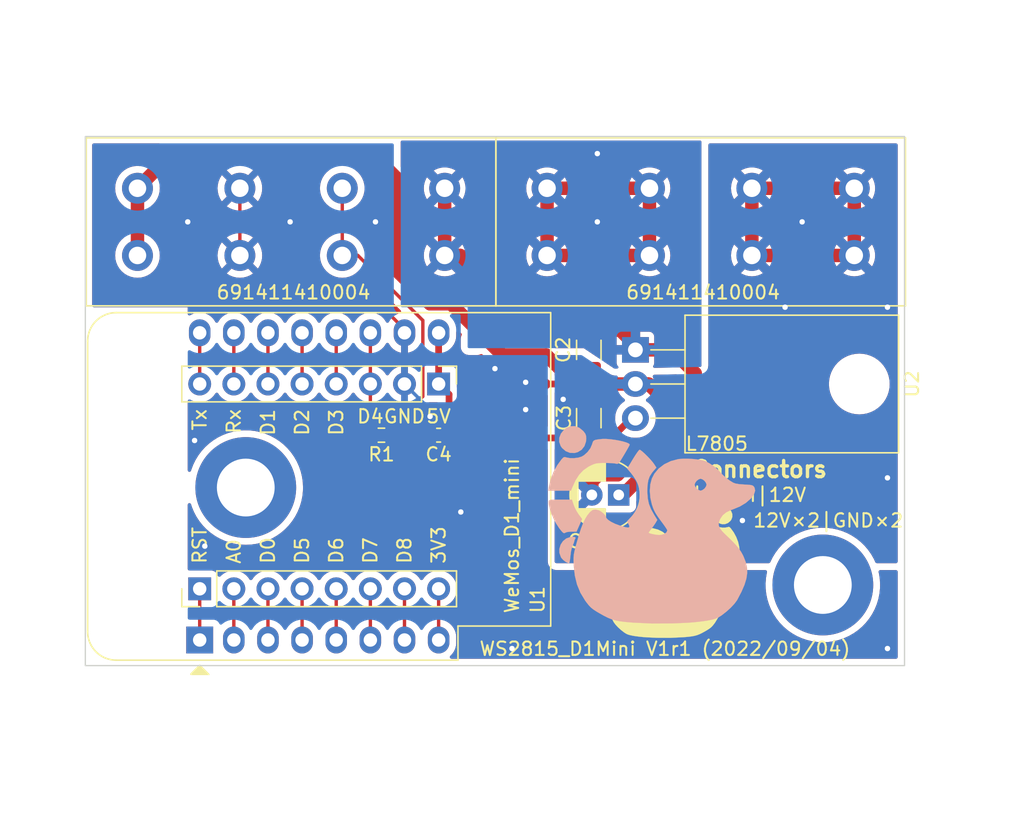
<source format=kicad_pcb>
(kicad_pcb (version 20211014) (generator pcbnew)
  (layers (0 "F.Cu" signal) (31 "B.Cu" signal) (34 "B.Paste" user) (35 "F.Paste" user) (36 "B.SilkS" user "B.Silkscreen") (37 "F.SilkS" user "F.Silkscreen") (38 "B.Mask" user) (39 "F.Mask" user) (44 "Edge.Cuts" user))
  (net 0 "")
  (net 1 "+12V")
  (net 2 "GNDPWR")
  (net 3 "+5V")
  (net 4 "GND")
  (net 5 "/GPo_WS281x")
  (net 6 "/RST")
  (net 7 "/GP_A0")
  (net 8 "/GP_D0")
  (net 9 "/GP_D5")
  (net 10 "/GP_D6")
  (net 11 "/GP_D7")
  (net 12 "/GP_D8")
  (net 13 "/3V3")
  (net 14 "/GP_D4")
  (net 15 "/GP_D3")
  (net 16 "/GP_D2")
  (net 17 "/GP_D1")
  (net 18 "/GP_Rx")
  (net 19 "/GP_Tx")
  (footprint "Wurth:WR-TBL-7.62mm-4P_691411410004" (layer "F.Cu") (at 129.61 64.73 180)
    (fp_text reference "J14" hide)
    (fp_text value "691411410004" (at 11.25 -2.75) (layer "F.SilkS"))
    (pad "1" thru_hole circle locked (at 0 0 180) (size 2.3 2.3) (drill 1.3) (layers *.Cu *.Mask) (net 1 "+12V"))
    (pad "1" thru_hole circle locked (at 0 5 180) (size 2.3 2.3) (drill 1.3) (layers *.Cu *.Mask) (net 1 "+12V"))
    (pad "2" thru_hole circle locked (at 7.62 5 180) (size 2.3 2.3) (drill 1.3) (layers *.Cu *.Mask) (net 5 "/GPo_WS281x"))
    (pad "2" thru_hole circle locked (at 7.62 0 180) (size 2.3 2.3) (drill 1.3) (layers *.Cu *.Mask) (net 5 "/GPo_WS281x"))
    (pad "3" thru_hole circle locked (at 15.24 5 180) (size 2.3 2.3) (drill 1.3) (layers *.Cu *.Mask) (net 4 "GND"))
    (pad "3" thru_hole circle locked (at 15.24 0 180) (size 2.3 2.3) (drill 1.3) (layers *.Cu *.Mask) (net 4 "GND"))
    (pad "4" thru_hole circle locked (at 22.86 5 180) (size 2.3 2.3) (drill 1.3) (layers *.Cu *.Mask) (net 2 "GNDPWR"))
    (pad "4" thru_hole circle locked (at 22.86 0 180) (size 2.3 2.3) (drill 1.3) (layers *.Cu *.Mask) (net 2 "GNDPWR"))
  )
  (footprint "Capacitor_THT:CP_Radial_D5.0mm_P2.00mm" (layer "F.Cu") (at 142.560113 82.55 180)
    (fp_text reference "C1" (at 2.810113 -3.45) (layer "F.SilkS"))
    (fp_text value "47u")
    (pad "1" thru_hole rect (at 0 0 180) (size 1.6 1.6) (drill 0.8) (layers *.Cu *.Mask) (net 1 "+12V"))
    (pad "2" thru_hole circle (at 2 0 180) (size 1.6 1.6) (drill 0.8) (layers *.Cu *.Mask) (net 2 "GNDPWR"))
  )
  (footprint "MountingHole:MountingHole_4.3mm_M4_DIN965_Pad" (layer "F.Cu") (at 157.75 89.25)
    (fp_text reference "H1" hide)
    (fp_text value "MountingHole_Pad")
    (pad "1" thru_hole circle (at 0 0) (size 7.5 7.5) (drill 4.3) (layers *.Cu *.Mask))
  )
  (footprint "Module:WEMOS_D1_mini_light" (layer "F.Cu") (at 111.38 93.345 90)
    (fp_text reference "U1" (at 1.905 25.145 90) (layer "F.SilkS") (effects (justify left)))
    (fp_text value "WeMos_D1_mini" (at 1.905 23.24 90) (layer "F.SilkS") (effects (justify left)))
    (pad "1" thru_hole rect (at 0 0 90) (size 2 2) (drill 1) (layers *.Cu *.Mask) (net 6 "/RST"))
    (pad "2" thru_hole oval (at 0 2.54 90) (size 2 1.6) (drill 1) (layers *.Cu *.Mask) (net 7 "/GP_A0"))
    (pad "3" thru_hole oval (at 0 5.08 90) (size 2 1.6) (drill 1) (layers *.Cu *.Mask) (net 8 "/GP_D0"))
    (pad "4" thru_hole oval (at 0 7.62 90) (size 2 1.6) (drill 1) (layers *.Cu *.Mask) (net 9 "/GP_D5"))
    (pad "5" thru_hole oval (at 0 10.16 90) (size 2 1.6) (drill 1) (layers *.Cu *.Mask) (net 10 "/GP_D6"))
    (pad "6" thru_hole oval (at 0 12.7 90) (size 2 1.6) (drill 1) (layers *.Cu *.Mask) (net 11 "/GP_D7"))
    (pad "7" thru_hole oval (at 0 15.24 90) (size 2 1.6) (drill 1) (layers *.Cu *.Mask) (net 12 "/GP_D8"))
    (pad "8" thru_hole oval (at 0 17.78 90) (size 2 1.6) (drill 1) (layers *.Cu *.Mask) (net 13 "/3V3"))
    (pad "9" thru_hole oval (at 22.86 17.78 90) (size 2 1.6) (drill 1) (layers *.Cu *.Mask) (net 3 "+5V"))
    (pad "10" thru_hole oval (at 22.86 15.24 90) (size 2 1.6) (drill 1) (layers *.Cu *.Mask) (net 4 "GND"))
    (pad "11" thru_hole oval (at 22.86 12.7 90) (size 2 1.6) (drill 1) (layers *.Cu *.Mask) (net 14 "/GP_D4"))
    (pad "12" thru_hole oval (at 22.86 10.16 90) (size 2 1.6) (drill 1) (layers *.Cu *.Mask) (net 15 "/GP_D3"))
    (pad "13" thru_hole oval (at 22.86 7.62 90) (size 2 1.6) (drill 1) (layers *.Cu *.Mask) (net 16 "/GP_D2"))
    (pad "14" thru_hole oval (at 22.86 5.08 90) (size 2 1.6) (drill 1) (layers *.Cu *.Mask) (net 17 "/GP_D1"))
    (pad "15" thru_hole oval (at 22.86 2.54 90) (size 2 1.6) (drill 1) (layers *.Cu *.Mask) (net 18 "/GP_Rx"))
    (pad "16" thru_hole oval (at 22.86 0 90) (size 2 1.6) (drill 1) (layers *.Cu *.Mask) (net 19 "/GP_Tx"))
  )
  (footprint "NetTie:NetTie-2_SMD_Pad0.5mm" (layer "F.Cu") (at 137.795 74.295 180)
    (fp_text reference "NT1" hide)
    (fp_text value "NetTie_2")
    (fp_poly (pts (xy -0.5 -0.25) (xy 0.5 -0.25) (xy 0.5 0.25) (xy -0.5 0.25)) (layer "F.Cu") (width 0) (fill solid))
    (pad "1" smd circle (at -0.5 0 180) (size 0.5 0.5) (layers "F.Cu") (net 2 "GNDPWR"))
    (pad "2" smd circle (at 0.5 0 180) (size 0.5 0.5) (layers "F.Cu") (net 4 "GND"))
  )
  (footprint "Capacitor_SMD:C_1206_3216Metric" (layer "F.Cu") (at 140.335 71.755 -90)
    (fp_text reference "C2" (at 0 1.905 90) (layer "F.SilkS"))
    (fp_text value "10u")
    (pad "1" smd roundrect (at -1.475 0 270) (size 1.15 1.8) (layers "F.Cu" "F.Paste" "F.Mask") (roundrect_rratio 0.2173913043) (net 1 "+12V"))
    (pad "2" smd roundrect (at 1.475 0 270) (size 1.15 1.8) (layers "F.Cu" "F.Paste" "F.Mask") (roundrect_rratio 0.2173913043) (net 2 "GNDPWR"))
  )
  (footprint "MountingHole:MountingHole_4.3mm_M4_DIN965_Pad" (layer "F.Cu") (at 114.808 82)
    (fp_text reference "H3" hide)
    (fp_text value "MountingHole_Pad")
    (pad "1" thru_hole circle (at 0 0) (size 7.5 7.5) (drill 4.3) (layers *.Cu *.Mask))
  )
  (footprint "Wurth:WR-TBL-7.62mm-4P_691411410004" (layer "F.Cu") (at 160.09 64.73 180)
    (fp_text reference "J13" hide)
    (fp_text value "691411410004" (at 11.25 -2.75) (layer "F.SilkS"))
    (pad "1" thru_hole circle locked (at 0 0 180) (size 2.3 2.3) (drill 1.3) (layers *.Cu *.Mask) (net 2 "GNDPWR"))
    (pad "1" thru_hole circle locked (at 0 5 180) (size 2.3 2.3) (drill 1.3) (layers *.Cu *.Mask) (net 2 "GNDPWR"))
    (pad "2" thru_hole circle locked (at 7.62 0 180) (size 2.3 2.3) (drill 1.3) (layers *.Cu *.Mask) (net 2 "GNDPWR"))
    (pad "2" thru_hole circle locked (at 7.62 5 180) (size 2.3 2.3) (drill 1.3) (layers *.Cu *.Mask) (net 2 "GNDPWR"))
    (pad "3" thru_hole circle locked (at 15.24 0 180) (size 2.3 2.3) (drill 1.3) (layers *.Cu *.Mask) (net 1 "+12V"))
    (pad "3" thru_hole circle locked (at 15.24 5 180) (size 2.3 2.3) (drill 1.3) (layers *.Cu *.Mask) (net 1 "+12V"))
    (pad "4" thru_hole circle locked (at 22.86 0 180) (size 2.3 2.3) (drill 1.3) (layers *.Cu *.Mask) (net 1 "+12V"))
    (pad "4" thru_hole circle locked (at 22.86 5 180) (size 2.3 2.3) (drill 1.3) (layers *.Cu *.Mask) (net 1 "+12V"))
  )
  (footprint "Resistor_SMD:R_0603_1608Metric" (layer "F.Cu") (at 124.905 78.105 180)
    (fp_text reference "R1" (at 0 -1.43) (layer "F.SilkS"))
    (fp_text value "470")
    (pad "1" smd roundrect (at -0.825 0 180) (size 0.8 0.95) (layers "F.Cu" "F.Paste" "F.Mask") (net 5 "/GPo_WS281x"))
    (pad "2" smd roundrect (at 0.825 0 180) (size 0.8 0.95) (layers "F.Cu" "F.Paste" "F.Mask") (net 14 "/GP_D4"))
  )
  (footprint "Capacitor_SMD:C_0603_1608Metric" (layer "F.Cu") (at 129.16 78.105 180)
    (fp_text reference "C4" (at 0 -1.43) (layer "F.SilkS"))
    (fp_text value "1u")
    (pad "1" smd roundrect (at -0.775 0 180) (size 0.9 0.95) (layers "F.Cu" "F.Paste" "F.Mask") (net 3 "+5V"))
    (pad "2" smd roundrect (at 0.775 0 180) (size 0.9 0.95) (layers "F.Cu" "F.Paste" "F.Mask") (net 4 "GND"))
  )
  (footprint "GoInK:GoInK600" (layer "F.Cu") (at 146.25 88.5)
    (fp_text reference "LOGO1" hide)
    (fp_text value "Logo_Open_Hardware_Large" hide)
  )
  (footprint "Package_TO_SOT_THT:TO-220-3_Horizontal_TabDown" (layer "F.Cu") (at 143.805 71.755 -90)
    (fp_text reference "U2" (at 2.54 -20.58 90) (layer "F.SilkS"))
    (fp_text value "L7805" (at 6.985 -6.055 180) (layer "F.SilkS"))
    (pad "" np_thru_hole oval (at 2.54 -16.66 270) (size 3.5 3.5) (drill 3.5) (layers *.Cu *.Mask))
    (pad "1" thru_hole rect (at 0 0 270) (size 1.905 2) (drill 1.1) (layers *.Cu *.Mask) (net 1 "+12V"))
    (pad "2" thru_hole oval (at 2.54 0 270) (size 1.905 2) (drill 1.1) (layers *.Cu *.Mask) (net 2 "GNDPWR"))
    (pad "3" thru_hole oval (at 5.08 0 270) (size 1.905 2) (drill 1.1) (layers *.Cu *.Mask) (net 3 "+5V"))
  )
  (footprint "Connector_PinHeader_2.54mm:PinHeader_1x08_P2.54mm_Vertical" (layer "F.Cu") (at 129.16 74.295 -90)
    (fp_text reference "J2" hide)
    (fp_text value "Conn_01x08_Female" hide)
    (pad "1" thru_hole rect (at 0 0 270) (size 1.7 1.7) (drill 1) (layers *.Cu *.Mask) (net 3 "+5V"))
    (pad "2" thru_hole oval (at 0 2.54 270) (size 1.7 1.7) (drill 1) (layers *.Cu *.Mask) (net 4 "GND"))
    (pad "3" thru_hole oval (at 0 5.08 270) (size 1.7 1.7) (drill 1) (layers *.Cu *.Mask) (net 14 "/GP_D4"))
    (pad "4" thru_hole oval (at 0 7.62 270) (size 1.7 1.7) (drill 1) (layers *.Cu *.Mask) (net 15 "/GP_D3"))
    (pad "5" thru_hole oval (at 0 10.16 270) (size 1.7 1.7) (drill 1) (layers *.Cu *.Mask) (net 16 "/GP_D2"))
    (pad "6" thru_hole oval (at 0 12.7 270) (size 1.7 1.7) (drill 1) (layers *.Cu *.Mask) (net 17 "/GP_D1"))
    (pad "7" thru_hole oval (at 0 15.24 270) (size 1.7 1.7) (drill 1) (layers *.Cu *.Mask) (net 18 "/GP_Rx"))
    (pad "8" thru_hole oval (at 0 17.78 270) (size 1.7 1.7) (drill 1) (layers *.Cu *.Mask) (net 19 "/GP_Tx"))
  )
  (footprint "Capacitor_SMD:C_1206_3216Metric" (layer "F.Cu") (at 140.335 76.835 90)
    (fp_text reference "C3" (at 0 -1.85 90) (layer "F.SilkS"))
    (fp_text value "10u")
    (pad "1" smd roundrect (at -1.475 0 90) (size 1.15 1.8) (layers "F.Cu" "F.Paste" "F.Mask") (roundrect_rratio 0.2173913043) (net 3 "+5V"))
    (pad "2" smd roundrect (at 1.475 0 90) (size 1.15 1.8) (layers "F.Cu" "F.Paste" "F.Mask") (roundrect_rratio 0.2173913043) (net 2 "GNDPWR"))
  )
  (footprint "Connector_PinHeader_2.54mm:PinHeader_1x08_P2.54mm_Vertical" (layer "F.Cu") (at 111.38 89.535 90)
    (fp_text reference "J1" hide)
    (fp_text value "Conn_01x08_Female" hide)
    (pad "1" thru_hole rect (at 0 0 90) (size 1.7 1.7) (drill 1) (layers *.Cu *.Mask) (net 6 "/RST"))
    (pad "2" thru_hole oval (at 0 2.54 90) (size 1.7 1.7) (drill 1) (layers *.Cu *.Mask) (net 7 "/GP_A0"))
    (pad "3" thru_hole oval (at 0 5.08 90) (size 1.7 1.7) (drill 1) (layers *.Cu *.Mask) (net 8 "/GP_D0"))
    (pad "4" thru_hole oval (at 0 7.62 90) (size 1.7 1.7) (drill 1) (layers *.Cu *.Mask) (net 9 "/GP_D5"))
    (pad "5" thru_hole oval (at 0 10.16 90) (size 1.7 1.7) (drill 1) (layers *.Cu *.Mask) (net 10 "/GP_D6"))
    (pad "6" thru_hole oval (at 0 12.7 90) (size 1.7 1.7) (drill 1) (layers *.Cu *.Mask) (net 11 "/GP_D7"))
    (pad "7" thru_hole oval (at 0 15.24 90) (size 1.7 1.7) (drill 1) (layers *.Cu *.Mask) (net 12 "/GP_D8"))
    (pad "8" thru_hole oval (at 0 17.78 90) (size 1.7 1.7) (drill 1) (layers *.Cu *.Mask) (net 13 "/3V3"))
  )
  (footprint "GoInK:GoInK400" (layer "B.Cu") (at 145.288 85.09 180)
    (fp_text reference "LOGO2" hide)
    (fp_text value "Logo_Open_Hardware_Large" hide)
  )
  (gr_rect (start 102.87 55.88) (end 163.83 95.25) (layer "Edge.Cuts") (width 0.1) (fill none))
  (gr_text "D0" (at 116.459 87.757 90) (layer "F.SilkS") (effects (font (size 1 1)) (justify left)))
  (gr_text "D6" (at 121.539 87.757 90) (layer "F.SilkS") (effects (font (size 1 1)) (justify left)))
  (gr_text "D7" (at 124.079 87.757 90) (layer "F.SilkS") (effects (font (size 1 1)) (justify left)))
  (gr_text "Connectors" (at 153.035 80.645) (layer "F.SilkS") (effects (font (size 1.2 1.2) (thickness 0.25))))
  (gr_text "GND" (at 126.619 76.708) (layer "F.SilkS") (effects (font (size 1 1))))
  (gr_text "Rx" (at 113.919 76.073 90) (layer "F.SilkS") (effects (font (size 1 1)) (justify right)))
  (gr_text "5V" (at 129.159 76.708) (layer "F.SilkS") (effects (font (size 1 1))))
  (gr_text "D2" (at 118.999 76.073 90) (layer "F.SilkS") (effects (font (size 1 1)) (justify right)))
  (gr_text "D3" (at 121.539 76.073 90) (layer "F.SilkS") (effects (font (size 1 1)) (justify right)))
  (gr_text "RST" (at 111.379 87.757 90) (layer "F.SilkS") (effects (font (size 1 1)) (justify left)))
  (gr_text "A0" (at 113.919 87.757 90) (layer "F.SilkS") (effects (font (size 1 1)) (justify left)))
  (gr_text "WS2815_D1Mini V1r1 (2022/09/04)" (at 146 94) (layer "F.SilkS") (effects (font (size 1 1))))
  (gr_text "GND|BI|DI|12V" (at 144.78 82.55) (layer "F.SilkS") (effects (font (size 1 1)) (justify left)))
  (gr_text "D1" (at 116.459 76.073 90) (layer "F.SilkS") (effects (font (size 1 1)) (justify right)))
  (gr_text "12V×2|GND×2" (at 163.83 84.455) (layer "F.SilkS") (effects (font (size 1 1)) (justify right)))
  (gr_text "D4" (at 124.079 76.708) (layer "F.SilkS") (effects (font (size 1 1))))
  (gr_text "Tx" (at 111.379 76.073 90) (layer "F.SilkS") (effects (font (size 1 1)) (justify right)))
  (gr_text "D8" (at 126.619 87.757 90) (layer "F.SilkS") (effects (font (size 1 1)) (justify left)))
  (gr_text "D5" (at 118.999 87.757 90) (layer "F.SilkS") (effects (font (size 1 1)) (justify left)))
  (gr_text "3V3" (at 129.159 87.757 90) (layer "F.SilkS") (effects (font (size 1 1)) (justify left)))
  (segment (start 142.67 70.28) (end 140.335 70.28) (width 1) (layer "F.Cu") (net 1))
  (segment (start 130.77 64.73) (end 129.61 64.73) (width 1) (layer "F.Cu") (net 1))
  (segment (start 144.85 64.73) (end 144.85 59.73) (width 1) (layer "F.Cu") (net 1))
  (segment (start 148.25 73.5) (end 146.505 71.755) (width 1) (layer "F.Cu") (net 1))
  (segment (start 144.85 59.73) (end 137.23 59.73) (width 1) (layer "F.Cu") (net 1))
  (segment (start 143.805 71.755) (end 143.805 71.415) (width 1) (layer "F.Cu") (net 1))
  (segment (start 143.805 71.415) (end 142.67 70.28) (width 1) (layer "F.Cu") (net 1))
  (segment (start 140.335 70.28) (end 136.32 70.28) (width 1) (layer "F.Cu") (net 1))
  (segment (start 137.23 64.73) (end 137.23 59.73) (width 1) (layer "F.Cu") (net 1))
  (segment (start 136.32 70.28) (end 130.77 64.73) (width 1) (layer "F.Cu") (net 1))
  (segment (start 142.560113 82.55) (end 142.875 82.55) (width 1) (layer "F.Cu") (net 1))
  (segment (start 142.875 82.55) (end 148.25 77.175) (width 1) (layer "F.Cu") (net 1))
  (segment (start 129.61 64.73) (end 129.61 59.73) (width 1) (layer "F.Cu") (net 1))
  (segment (start 146.505 71.755) (end 143.805 71.755) (width 1) (layer "F.Cu") (net 1))
  (segment (start 148.25 77.175) (end 148.25 73.5) (width 1) (layer "F.Cu") (net 1))
  (segment (start 137.23 64.73) (end 144.85 64.73) (width 1) (layer "F.Cu") (net 1))
  (via (at 140.97 62.23) (size 0.8) (drill 0.4) (layers "F.Cu" "B.Cu") (net 1))
  (via (at 140.97 57.15) (size 0.8) (drill 0.4) (layers "F.Cu" "B.Cu") (net 1))
  (segment (start 160.09 59.73) (end 160.09 64.73) (width 1) (layer "F.Cu") (net 2))
  (segment (start 140.560113 81.550978) (end 141.060602 81.050489) (width 1) (layer "F.Cu") (net 2))
  (segment (start 126.238 59.182) (end 126.238 66.04) (width 1) (layer "F.Cu") (net 2))
  (segment (start 140.560113 82.55) (end 140.560113 81.550978) (width 1) (layer "F.Cu") (net 2))
  (segment (start 143.805 74.295) (end 140.335 74.295) (width 1) (layer "F.Cu") (net 2))
  (segment (start 152.47 59.73) (end 152.47 64.73) (width 1) (layer "F.Cu") (net 2))
  (segment (start 144.78 74.295) (end 143.805 74.295) (width 1) (layer "F.Cu") (net 2))
  (segment (start 139.319 74.295) (end 140.335 74.295) (width 0.5) (layer "F.Cu") (net 2))
  (segment (start 142.469511 81.050489) (end 146.05 77.47) (width 1) (layer "F.Cu") (net 2))
  (segment (start 160.09 59.73) (end 152.47 59.73) (width 1) (layer "F.Cu") (net 2))
  (segment (start 146.05 77.47) (end 146.05 75.565) (width 1) (layer "F.Cu") (net 2))
  (segment (start 138.295 74.295) (end 139.319 74.295) (width 0.5) (layer "F.Cu") (net 2))
  (segment (start 140.335 74.295) (end 140.335 75.36) (width 1) (layer "F.Cu") (net 2))
  (segment (start 137.16 72.136) (end 139.319 74.295) (width 1) (layer "F.Cu") (net 2))
  (segment (start 133.888944 72.136) (end 137.16 72.136) (width 1) (layer "F.Cu") (net 2))
  (segment (start 141.060602 81.050489) (end 142.469511 81.050489) (width 1) (layer "F.Cu") (net 2))
  (segment (start 124.206 57.15) (end 126.238 59.182) (width 1) (layer "F.Cu") (net 2))
  (segment (start 128.524 68.326) (end 130.078944 68.326) (width 1) (layer "F.Cu") (net 2))
  (segment (start 109.33 57.15) (end 124.206 57.15) (width 1) (layer "F.Cu") (net 2))
  (segment (start 160.09 64.73) (end 152.47 64.73) (width 1) (layer "F.Cu") (net 2))
  (segment (start 106.75 59.73) (end 106.75 64.73) (width 1) (layer "F.Cu") (net 2))
  (segment (start 140.335 73.23) (end 140.335 74.295) (width 1) (layer "F.Cu") (net 2))
  (segment (start 130.078944 68.326) (end 133.888944 72.136) (width 1) (layer "F.Cu") (net 2))
  (segment (start 138.43 75.438) (end 138.508 75.36) (width 1) (layer "F.Cu") (net 2))
  (segment (start 146.05 75.565) (end 144.78 74.295) (width 1) (layer "F.Cu") (net 2))
  (segment (start 126.238 66.04) (end 128.524 68.326) (width 1) (layer "F.Cu") (net 2))
  (segment (start 138.508 75.36) (end 140.335 75.36) (width 1) (layer "F.Cu") (net 2))
  (segment (start 106.75 59.73) (end 109.33 57.15) (width 1) (layer "F.Cu") (net 2))
  (via (at 138.43 75.438) (size 0.8) (drill 0.4) (layers "F.Cu" "B.Cu") (net 2))
  (via (at 154.94 68.58) (size 0.8) (drill 0.4) (layers "F.Cu" "B.Cu") (net 2))
  (via (at 156.21 62.23) (size 0.8) (drill 0.4) (layers "F.Cu" "B.Cu") (net 2))
  (via (at 151.765 84.455) (size 0.8) (drill 0.4) (layers "F.Cu" "B.Cu") (net 2))
  (via (at 162.56 81.28) (size 0.8) (drill 0.4) (layers "F.Cu" "B.Cu") (net 2))
  (via (at 162.56 68.58) (size 0.8) (drill 0.4) (layers "F.Cu" "B.Cu") (net 2))
  (segment (start 129.935 78.105) (end 129.935 75.07) (width 0.5) (layer "F.Cu") (net 3))
  (segment (start 130.14 78.31) (end 129.935 78.105) (width 0.5) (layer "F.Cu") (net 3))
  (segment (start 129.935 75.07) (end 129.16 74.295) (width 0.5) (layer "F.Cu") (net 3))
  (segment (start 142.035 78.31) (end 140.335 78.31) (width 0.5) (layer "F.Cu") (net 3))
  (segment (start 143.805 76.835) (end 143.51 76.835) (width 0.5) (layer "F.Cu") (net 3))
  (segment (start 140.335 78.31) (end 130.14 78.31) (width 0.5) (layer "F.Cu") (net 3))
  (segment (start 129.16 74.295) (end 129.16 70.485) (width 0.5) (layer "F.Cu") (net 3))
  (segment (start 143.51 76.835) (end 142.035 78.31) (width 0.5) (layer "F.Cu") (net 3))
  (segment (start 137.295 74.295) (end 135.763 74.295) (width 0.25) (layer "F.Cu") (net 4))
  (segment (start 137.295 74.295) (end 135.636 75.954) (width 0.25) (layer "F.Cu") (net 4))
  (segment (start 114.37 59.73) (end 114.37 64.73) (width 0.25) (layer "F.Cu") (net 4))
  (segment (start 135.763 74.295) (end 135.636 74.168) (width 0.25) (layer "F.Cu") (net 4))
  (segment (start 128.524 76.708) (end 128.524 77.966) (width 0.25) (layer "F.Cu") (net 4))
  (segment (start 135.636 75.954) (end 135.636 76.2) (width 0.25) (layer "F.Cu") (net 4))
  (segment (start 133.35 73.152) (end 136.152 73.152) (width 0.25) (layer "F.Cu") (net 4))
  (segment (start 126.62 70.485) (end 126.62 74.295) (width 0.25) (layer "F.Cu") (net 4))
  (segment (start 136.152 73.152) (end 137.295 74.295) (width 0.25) (layer "F.Cu") (net 4))
  (segment (start 128.524 77.966) (end 128.385 78.105) (width 0.25) (layer "F.Cu") (net 4))
  (segment (start 126.62 70.485) (end 126.62 70.225344) (width 0.25) (layer "F.Cu") (net 4))
  (segment (start 126.62 70.225344) (end 124.466656 68.072) (width 0.25) (layer "F.Cu") (net 4))
  (segment (start 117.712 68.072) (end 114.37 64.73) (width 0.25) (layer "F.Cu") (net 4))
  (segment (start 124.466656 68.072) (end 117.712 68.072) (width 0.25) (layer "F.Cu") (net 4))
  (via (at 124.46 62.23) (size 0.8) (drill 0.4) (layers "F.Cu" "B.Cu") (net 4))
  (via (at 111.76 86.36) (size 0.8) (drill 0.4) (layers "F.Cu" "B.Cu") (net 4))
  (via (at 130.81 83.82) (size 0.8) (drill 0.4) (layers "F.Cu" "B.Cu") (net 4))
  (via (at 162.56 93.98) (size 0.8) (drill 0.4) (layers "F.Cu" "B.Cu") (net 4))
  (via (at 111 78.5) (size 0.8) (drill 0.4) (layers "F.Cu" "B.Cu") (net 4))
  (via (at 110.49 62.23) (size 0.8) (drill 0.4) (layers "F.Cu" "B.Cu") (net 4))
  (via (at 133.35 73.152) (size 0.8) (drill 0.4) (layers "F.Cu" "B.Cu") (net 4))
  (via (at 128.524 76.708) (size 0.8) (drill 0.4) (layers "F.Cu" "B.Cu") (net 4))
  (via (at 118.11 62.23) (size 0.8) (drill 0.4) (layers "F.Cu" "B.Cu") (net 4))
  (via (at 135.636 76.2) (size 0.8) (drill 0.4) (layers "F.Cu" "B.Cu") (net 4))
  (via (at 135.636 74.168) (size 0.8) (drill 0.4) (layers "F.Cu" "B.Cu") (net 4))
  (via (at 134.62 93.98) (size 0.8) (drill 0.4) (layers "F.Cu" "B.Cu") (net 4))
  (segment (start 128.016 76.2) (end 128.016 75.691) (width 0.25) (layer "B.Cu") (net 4))
  (segment (start 128.016 75.691) (end 126.62 74.295) (width 0.25) (layer "B.Cu") (net 4))
  (segment (start 128.524 76.708) (end 128.016 76.2) (width 0.25) (layer "B.Cu") (net 4))
  (segment (start 125.73 77.47) (end 127.985489 75.214511) (width 0.25) (layer "F.Cu") (net 5))
  (segment (start 123.15 64.73) (end 121.99 64.73) (width 0.25) (layer "F.Cu") (net 5))
  (segment (start 121.99 59.73) (end 121.99 64.73) (width 0.25) (layer "F.Cu") (net 5))
  (segment (start 127.985489 75.214511) (end 127.985489 69.565489) (width 0.25) (layer "F.Cu") (net 5))
  (segment (start 127.985489 69.565489) (end 123.15 64.73) (width 0.25) (layer "F.Cu") (net 5))
  (segment (start 125.73 78.105) (end 125.73 77.47) (width 0.25) (layer "F.Cu") (net 5))
  (segment (start 111.38 89.535) (end 111.38 93.345) (width 0.25) (layer "F.Cu") (net 6))
  (segment (start 113.92 93.345) (end 113.92 89.535) (width 0.25) (layer "F.Cu") (net 7))
  (segment (start 116.46 89.535) (end 116.46 93.345) (width 0.25) (layer "F.Cu") (net 8))
  (segment (start 119 93.345) (end 119 89.535) (width 0.25) (layer "F.Cu") (net 9))
  (segment (start 121.54 89.535) (end 121.54 93.345) (width 0.25) (layer "F.Cu") (net 10))
  (segment (start 124.08 93.345) (end 124.08 89.535) (width 0.25) (layer "F.Cu") (net 11))
  (segment (start 126.62 89.535) (end 126.62 93.345) (width 0.25) (layer "F.Cu") (net 12))
  (segment (start 129.16 93.345) (end 129.16 89.535) (width 0.25) (layer "F.Cu") (net 13))
  (segment (start 124.08 70.485) (end 124.08 74.295) (width 0.25) (layer "F.Cu") (net 14))
  (segment (start 124.08 74.295) (end 124.08 78.105) (width 0.25) (layer "F.Cu") (net 14))
  (segment (start 121.54 70.485) (end 121.54 74.295) (width 0.25) (layer "F.Cu") (net 15))
  (segment (start 119 70.485) (end 119 74.295) (width 0.25) (layer "F.Cu") (net 16))
  (segment (start 116.46 70.485) (end 116.46 74.295) (width 0.25) (layer "F.Cu") (net 17))
  (segment (start 113.92 70.485) (end 113.92 74.295) (width 0.25) (layer "F.Cu") (net 18))
  (segment (start 111.38 70.485) (end 111.38 74.295) (width 0.25) (layer "F.Cu") (net 19))
  (zone (net 1) (net_name "+12V") (layers F&B.Cu) (priority 10) (connect_pads (clearance 0.3)) (min_thickness 0.2) (fill yes (thermal_gap 0.4) (thermal_bridge_width 0.7))
    (polygon (pts (xy 148.717 73.025) (xy 142.24 73.152) (xy 139.954 71.628) (xy 131.318 71.628) (xy 131.318 68.58) (xy 126.34 68.58) (xy 126.34 54.61) (xy 148.717 54.61)))
  )
  (zone (net 2) (net_name "GNDPWR") (layers F&B.Cu) (priority 5) (connect_pads (clearance 0.508)) (min_thickness 0.254) (fill yes (thermal_gap 0.4) (thermal_bridge_width 0.7))
    (polygon (pts (xy 168.91 87.63) (xy 137.795 87.63) (xy 137.795 68.58) (xy 132.715 68.58) (xy 132.715 51.435) (xy 168.91 51.435)))
  )
  (zone (net 0) (net_name "") (layers F&B.Cu) (name "KeepOut") (connect_pads (clearance 0)) (min_thickness 0.254)
    (keepout (tracks not_allowed) (vias not_allowed) (pads not_allowed) (copperpour not_allowed) (footprints allowed))
    (fill (thermal_gap 0.508) (thermal_bridge_width 0.508))
    (polygon (pts (xy 110.49 95.885) (xy 100.33 95.885) (xy 100.33 68.58) (xy 110.49 68.58)))
  )
  (zone (net 4) (net_name "GND") (layers F&B.Cu) (priority 3) (connect_pads (clearance 0.508)) (min_thickness 0.254) (fill yes (thermal_gap 0.508) (thermal_bridge_width 0.508))
    (polygon (pts (xy 172.72 106.68) (xy 96.52 106.68) (xy 96.52 45.72) (xy 172.72 45.72)))
  )
)
</source>
